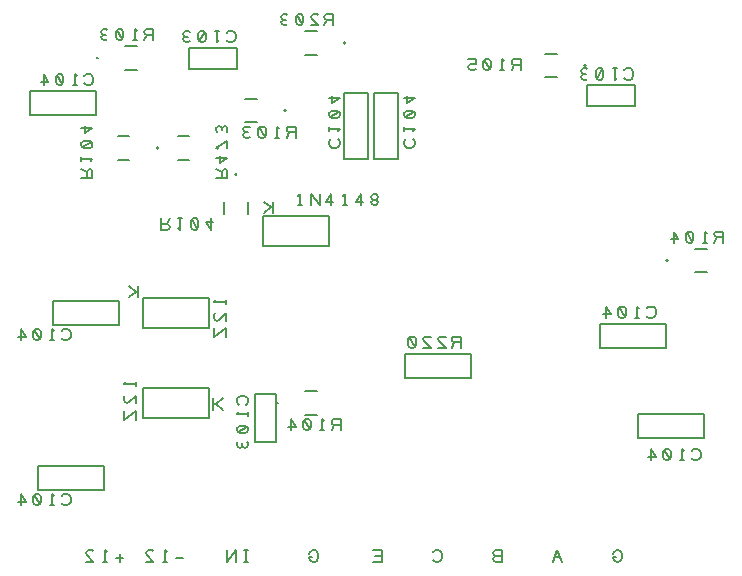
<source format=gbr>
G04 EasyPC Gerber Version 19.0.2 Build 3920 *
G04 #@! TF.Part,Single*
G04 #@! TF.FileFunction,Legend,Bot *
%FSLAX35Y35*%
%MOIN*%
%ADD10C,0.00500*%
%ADD20C,0.00600*%
X0Y0D02*
D02*
D10*
X20625Y36613D02*
X20937Y36300D01*
X21563Y35987*
X22500*
X23125Y36300*
X23437Y36613*
X23750Y37237*
Y38487*
X23437Y39113*
X23125Y39425*
X22500Y39737*
X21563*
X20937Y39425*
X20625Y39113*
X18125Y35987D02*
X16875D01*
X17500D02*
Y39737D01*
X18125Y39113*
X13437Y36300D02*
X12813Y35987D01*
X12187*
X11563Y36300*
X11250Y36925*
Y38800*
X11563Y39425*
X12187Y39737*
X12813*
X13437Y39425*
X13750Y38800*
Y36925*
X13437Y36300*
X11563Y39425*
X7187Y35987D02*
Y39737D01*
X8750Y37237*
X6250*
X20625Y91613D02*
X20937Y91300D01*
X21563Y90987*
X22500*
X23125Y91300*
X23437Y91613*
X23750Y92237*
Y93487*
X23437Y94113*
X23125Y94425*
X22500Y94737*
X21563*
X20937Y94425*
X20625Y94113*
X18125Y90987D02*
X16875D01*
X17500D02*
Y94737D01*
X18125Y94113*
X13437Y91300D02*
X12813Y90987D01*
X12187*
X11563Y91300*
X11250Y91925*
Y93800*
X11563Y94425*
X12187Y94737*
X12813*
X13437Y94425*
X13750Y93800*
Y91925*
X13437Y91300*
X11563Y94425*
X7187Y90987D02*
Y94737D01*
X8750Y92237*
X6250*
X27187Y145050D02*
X30937D01*
Y147237*
X30625Y147863*
X30000Y148175*
X29375Y147863*
X29063Y147237*
Y145050*
Y147237D02*
X27187Y148175D01*
Y150675D02*
Y151925D01*
Y151300D02*
X30937D01*
X30313Y150675*
X27500Y155363D02*
X27187Y155987D01*
Y156613*
X27500Y157237*
X28125Y157550*
X30000*
X30625Y157237*
X30937Y156613*
Y155987*
X30625Y155363*
X30000Y155050*
X28125*
X27500Y155363*
X30625Y157237*
X27187Y161613D02*
X30937D01*
X28437Y160050*
Y162550*
X28125Y176613D02*
X28437Y176300D01*
X29063Y175987*
X30000*
X30625Y176300*
X30937Y176613*
X31250Y177237*
Y178487*
X30937Y179113*
X30625Y179425*
X30000Y179737*
X29063*
X28437Y179425*
X28125Y179113*
X25625Y175987D02*
X24375D01*
X25000D02*
Y179737D01*
X25625Y179113*
X20937Y176300D02*
X20313Y175987D01*
X19687*
X19063Y176300*
X18750Y176925*
Y178800*
X19063Y179425*
X19687Y179737*
X20313*
X20937Y179425*
X21250Y178800*
Y176925*
X20937Y176300*
X19063Y179425*
X14687Y175987D02*
Y179737D01*
X16250Y177237*
X13750*
X32250Y166050D02*
X10250D01*
Y174050*
X32250*
Y166050*
X34750Y41050D02*
X12750D01*
Y49050*
X34750*
Y41050*
X39750Y96050D02*
X17750D01*
Y104050*
X39750*
Y96050*
X41250Y18487D02*
X38750D01*
X40000Y17237D02*
Y19737D01*
X35625Y17237D02*
X34375D01*
X35000D02*
Y20987D01*
X35625Y20363*
X28750Y17237D02*
X31250D01*
X29063Y19425*
X28750Y20050*
X29063Y20675*
X29687Y20987*
X30625*
X31250Y20675*
X45313Y76925D02*
Y75675D01*
Y76300D02*
X41563D01*
X42187Y76925*
X45313Y70050D02*
Y72550D01*
X43125Y70363*
X42500Y70050*
X41875Y70363*
X41563Y70987*
Y71925*
X41875Y72550*
X41563Y67550D02*
Y64425D01*
X45313Y67550*
Y64425*
X46250Y109113D02*
Y105363D01*
Y107237D02*
X45313D01*
X43125Y105363*
X45313Y107237D02*
X43125Y109113D01*
X47750Y75050D02*
X69750D01*
Y65050*
X47750*
Y75050*
X51250Y190987D02*
Y194737D01*
X49063*
X48437Y194425*
X48125Y193800*
X48437Y193175*
X49063Y192863*
X51250*
X49063D02*
X48125Y190987D01*
X45625D02*
X44375D01*
X45000D02*
Y194737D01*
X45625Y194113*
X40937Y191300D02*
X40313Y190987D01*
X39687*
X39063Y191300*
X38750Y191925*
Y193800*
X39063Y194425*
X39687Y194737*
X40313*
X40937Y194425*
X41250Y193800*
Y191925*
X40937Y191300*
X39063Y194425*
X35937Y191300D02*
X35313Y190987D01*
X34687*
X34063Y191300*
X33750Y191925*
X34063Y192550*
X34687Y192863*
X35313*
X34687D02*
X34063Y193175D01*
X33750Y193800*
X34063Y194425*
X34687Y194737*
X35313*
X35937Y194425*
X53750Y131613D02*
Y127863D01*
X55937*
X56563Y128175*
X56875Y128800*
X56563Y129425*
X55937Y129737*
X53750*
X55937D02*
X56875Y131613D01*
X59375D02*
X60625D01*
X60000D02*
Y127863D01*
X59375Y128487*
X64063Y131300D02*
X64687Y131613D01*
X65313*
X65937Y131300*
X66250Y130675*
Y128800*
X65937Y128175*
X65313Y127863*
X64687*
X64063Y128175*
X63750Y128800*
Y130675*
X64063Y131300*
X65937Y128175*
X70313Y131613D02*
Y127863D01*
X68750Y130363*
X71250*
X61250Y18487D02*
X58750D01*
X55625Y17237D02*
X54375D01*
X55000D02*
Y20987D01*
X55625Y20363*
X48750Y17237D02*
X51250D01*
X49063Y19425*
X48750Y20050*
X49063Y20675*
X49687Y20987*
X50625*
X51250Y20675*
X69750Y95050D02*
X47750D01*
Y105050*
X69750*
Y95050*
X71250Y71613D02*
Y67863D01*
Y69737D02*
X72187D01*
X74375Y67863*
X72187Y69737D02*
X74375Y71613D01*
X72187Y145050D02*
X75937D01*
Y147237*
X75625Y147863*
X75000Y148175*
X74375Y147863*
X74063Y147237*
Y145050*
Y147237D02*
X72187Y148175D01*
Y151613D02*
X75937D01*
X73437Y150050*
Y152550*
X72187Y155050D02*
X75937Y157550D01*
Y155050*
X72500Y160363D02*
X72187Y160987D01*
Y161613*
X72500Y162237*
X73125Y162550*
X73750Y162237*
X74063Y161613*
Y160987*
Y161613D02*
X74375Y162237D01*
X75000Y162550*
X75625Y162237*
X75937Y161613*
Y160987*
X75625Y160363*
X75313Y104425D02*
Y103175D01*
Y103800D02*
X71563D01*
X72187Y104425*
X75313Y97550D02*
Y100050D01*
X73125Y97863*
X72500Y97550*
X71875Y97863*
X71563Y98487*
Y99425*
X71875Y100050*
X71563Y95050D02*
Y91925D01*
X75313Y95050*
Y91925*
X75625Y193487D02*
X75937Y193800D01*
X76563Y194113*
X77500*
X78125Y193800*
X78437Y193487*
X78750Y192863*
Y191613*
X78437Y190987*
X78125Y190675*
X77500Y190363*
X76563*
X75937Y190675*
X75625Y190987*
X73125Y194113D02*
X71875D01*
X72500D02*
Y190363D01*
X73125Y190987*
X68437Y193800D02*
X67813Y194113D01*
X67187*
X66563Y193800*
X66250Y193175*
Y191300*
X66563Y190675*
X67187Y190363*
X67813*
X68437Y190675*
X68750Y191300*
Y193175*
X68437Y193800*
X66563Y190675*
X63437Y193800D02*
X62813Y194113D01*
X62187*
X61563Y193800*
X61250Y193175*
X61563Y192550*
X62187Y192237*
X62813*
X62187D02*
X61563Y191925D01*
X61250Y191300*
X61563Y190675*
X62187Y190363*
X62813*
X63437Y190675*
X79250Y181550D02*
X63250D01*
Y188550*
X79250*
Y181550*
X82813Y17237D02*
X81563D01*
X82187D02*
Y20987D01*
X82813D02*
X81563D01*
X78750Y17237D02*
Y20987D01*
X75625Y17237*
Y20987*
X82187Y69425D02*
X82500Y69737D01*
X82813Y70363*
Y71300*
X82500Y71925*
X82187Y72237*
X81563Y72550*
X80313*
X79687Y72237*
X79375Y71925*
X79063Y71300*
Y70363*
X79375Y69737*
X79687Y69425*
X82813Y66925D02*
Y65675D01*
Y66300D02*
X79063D01*
X79687Y66925*
X82500Y62237D02*
X82813Y61613D01*
Y60987*
X82500Y60363*
X81875Y60050*
X80000*
X79375Y60363*
X79063Y60987*
Y61613*
X79375Y62237*
X80000Y62550*
X81875*
X82500Y62237*
X79375Y60363*
X82500Y57237D02*
X82813Y56613D01*
Y55987*
X82500Y55363*
X81875Y55050*
X81250Y55363*
X80937Y55987*
Y56613*
Y55987D02*
X80625Y55363D01*
X80000Y55050*
X79375Y55363*
X79063Y55987*
Y56613*
X79375Y57237*
X85250Y57050D02*
Y73050D01*
X92250*
Y57050*
X85250*
X91250Y133487D02*
Y137237D01*
Y135363D02*
X90313D01*
X88125Y137237*
X90313Y135363D02*
X88125Y133487D01*
X99375Y135987D02*
X100625D01*
X100000D02*
Y139737D01*
X99375Y139113*
X103750Y135987D02*
Y139737D01*
X106875Y135987*
Y139737*
X110313Y135987D02*
Y139737D01*
X108750Y137237*
X111250*
X114375Y135987D02*
X115625D01*
X115000D02*
Y139737D01*
X114375Y139113*
X120313Y135987D02*
Y139737D01*
X118750Y137237*
X121250*
X124687Y137863D02*
X125313D01*
X125937Y138175*
X126250Y138800*
X125937Y139425*
X125313Y139737*
X124687*
X124063Y139425*
X123750Y138800*
X124063Y138175*
X124687Y137863*
X124063Y137550*
X123750Y136925*
X124063Y136300*
X124687Y135987*
X125313*
X125937Y136300*
X126250Y136925*
X125937Y137550*
X125313Y137863*
X98750Y158487D02*
Y162237D01*
X96563*
X95937Y161925*
X95625Y161300*
X95937Y160675*
X96563Y160363*
X98750*
X96563D02*
X95625Y158487D01*
X93125D02*
X91875D01*
X92500D02*
Y162237D01*
X93125Y161613*
X88437Y158800D02*
X87813Y158487D01*
X87187*
X86563Y158800*
X86250Y159425*
Y161300*
X86563Y161925*
X87187Y162237*
X87813*
X88437Y161925*
X88750Y161300*
Y159425*
X88437Y158800*
X86563Y161925*
X83437Y158800D02*
X82813Y158487D01*
X82187*
X81563Y158800*
X81250Y159425*
X81563Y160050*
X82187Y160363*
X82813*
X82187D02*
X81563Y160675D01*
X81250Y161300*
X81563Y161925*
X82187Y162237*
X82813*
X83437Y161925*
X104063Y18800D02*
X103125D01*
Y18487*
X103437Y17863*
X103750Y17550*
X104375Y17237*
X105000*
X105625Y17550*
X105937Y17863*
X106250Y18487*
Y19737*
X105937Y20363*
X105625Y20675*
X105000Y20987*
X104375*
X103750Y20675*
X103437Y20363*
X103125Y19737*
X110313Y158175D02*
X110000Y157863D01*
X109687Y157237*
Y156300*
X110000Y155675*
X110313Y155363*
X110937Y155050*
X112187*
X112813Y155363*
X113125Y155675*
X113437Y156300*
Y157237*
X113125Y157863*
X112813Y158175*
X109687Y160675D02*
Y161925D01*
Y161300D02*
X113437D01*
X112813Y160675*
X110000Y165363D02*
X109687Y165987D01*
Y166613*
X110000Y167237*
X110625Y167550*
X112500*
X113125Y167237*
X113437Y166613*
Y165987*
X113125Y165363*
X112500Y165050*
X110625*
X110000Y165363*
X113125Y167237*
X109687Y171613D02*
X113437D01*
X110937Y170050*
Y172550*
X109750Y122550D02*
X87750D01*
Y132550*
X109750*
Y122550*
X111250Y195987D02*
Y199737D01*
X109063*
X108437Y199425*
X108125Y198800*
X108437Y198175*
X109063Y197863*
X111250*
X109063D02*
X108125Y195987D01*
X103750D02*
X106250D01*
X104063Y198175*
X103750Y198800*
X104063Y199425*
X104687Y199737*
X105625*
X106250Y199425*
X100937Y196300D02*
X100313Y195987D01*
X99687*
X99063Y196300*
X98750Y196925*
Y198800*
X99063Y199425*
X99687Y199737*
X100313*
X100937Y199425*
X101250Y198800*
Y196925*
X100937Y196300*
X99063Y199425*
X95937Y196300D02*
X95313Y195987D01*
X94687*
X94063Y196300*
X93750Y196925*
X94063Y197550*
X94687Y197863*
X95313*
X94687D02*
X94063Y198175D01*
X93750Y198800*
X94063Y199425*
X94687Y199737*
X95313*
X95937Y199425*
X113750Y60987D02*
Y64737D01*
X111563*
X110937Y64425*
X110625Y63800*
X110937Y63175*
X111563Y62863*
X113750*
X111563D02*
X110625Y60987D01*
X108125D02*
X106875D01*
X107500D02*
Y64737D01*
X108125Y64113*
X103437Y61300D02*
X102813Y60987D01*
X102187*
X101563Y61300*
X101250Y61925*
Y63800*
X101563Y64425*
X102187Y64737*
X102813*
X103437Y64425*
X103750Y63800*
Y61925*
X103437Y61300*
X101563Y64425*
X97187Y60987D02*
Y64737D01*
X98750Y62237*
X96250*
X122750Y173550D02*
Y151550D01*
X114750*
Y173550*
X122750*
X127500Y17237D02*
Y20987D01*
X124375*
X125000Y19113D02*
X127500D01*
Y17237D02*
X124375D01*
X132750Y173550D02*
Y151550D01*
X124750*
Y173550*
X132750*
X135313Y158175D02*
X135000Y157863D01*
X134687Y157237*
Y156300*
X135000Y155675*
X135313Y155363*
X135937Y155050*
X137187*
X137813Y155363*
X138125Y155675*
X138437Y156300*
Y157237*
X138125Y157863*
X137813Y158175*
X134687Y160675D02*
Y161925D01*
Y161300D02*
X138437D01*
X137813Y160675*
X135000Y165363D02*
X134687Y165987D01*
Y166613*
X135000Y167237*
X135625Y167550*
X137500*
X138125Y167237*
X138437Y166613*
Y165987*
X138125Y165363*
X137500Y165050*
X135625*
X135000Y165363*
X138125Y167237*
X134687Y171613D02*
X138437D01*
X135937Y170050*
Y172550*
X135250Y86550D02*
X157250D01*
Y78550*
X135250*
Y86550*
X144375Y17863D02*
X144687Y17550D01*
X145313Y17237*
X146250*
X146875Y17550*
X147187Y17863*
X147500Y18487*
Y19737*
X147187Y20363*
X146875Y20675*
X146250Y20987*
X145313*
X144687Y20675*
X144375Y20363*
X153750Y88487D02*
Y92237D01*
X151563*
X150937Y91925*
X150625Y91300*
X150937Y90675*
X151563Y90363*
X153750*
X151563D02*
X150625Y88487D01*
X146250D02*
X148750D01*
X146563Y90675*
X146250Y91300*
X146563Y91925*
X147187Y92237*
X148125*
X148750Y91925*
X141250Y88487D02*
X143750D01*
X141563Y90675*
X141250Y91300*
X141563Y91925*
X142187Y92237*
X143125*
X143750Y91925*
X138437Y88800D02*
X137813Y88487D01*
X137187*
X136563Y88800*
X136250Y89425*
Y91300*
X136563Y91925*
X137187Y92237*
X137813*
X138437Y91925*
X138750Y91300*
Y89425*
X138437Y88800*
X136563Y91925*
X165313Y19113D02*
X164687Y18800D01*
X164375Y18175*
X164687Y17550*
X165313Y17237*
X167500*
Y20987*
X165313*
X164687Y20675*
X164375Y20050*
X164687Y19425*
X165313Y19113*
X167500*
X173750Y180987D02*
Y184737D01*
X171563*
X170937Y184425*
X170625Y183800*
X170937Y183175*
X171563Y182863*
X173750*
X171563D02*
X170625Y180987D01*
X168125D02*
X166875D01*
X167500D02*
Y184737D01*
X168125Y184113*
X163437Y181300D02*
X162813Y180987D01*
X162187*
X161563Y181300*
X161250Y181925*
Y183800*
X161563Y184425*
X162187Y184737*
X162813*
X163437Y184425*
X163750Y183800*
Y181925*
X163437Y181300*
X161563Y184425*
X158750Y181300D02*
X158125Y180987D01*
X157187*
X156563Y181300*
X156250Y181925*
Y182237*
X156563Y182863*
X157187Y183175*
X158750*
Y184737*
X156250*
X187500Y17237D02*
X185937Y20987D01*
X184375Y17237*
X186875Y18800D02*
X185000D01*
X200250Y96550D02*
X222250D01*
Y88550*
X200250*
Y96550*
X205313Y18800D02*
X204375D01*
Y18487*
X204687Y17863*
X205000Y17550*
X205625Y17237*
X206250*
X206875Y17550*
X207187Y17863*
X207500Y18487*
Y19737*
X207187Y20363*
X206875Y20675*
X206250Y20987*
X205625*
X205000Y20675*
X204687Y20363*
X204375Y19737*
X208125Y180987D02*
X208437Y181300D01*
X209063Y181613*
X210000*
X210625Y181300*
X210937Y180987*
X211250Y180363*
Y179113*
X210937Y178487*
X210625Y178175*
X210000Y177863*
X209063*
X208437Y178175*
X208125Y178487*
X205625Y181613D02*
X204375D01*
X205000D02*
Y177863D01*
X205625Y178487*
X200937Y181300D02*
X200313Y181613D01*
X199687*
X199063Y181300*
X198750Y180675*
Y178800*
X199063Y178175*
X199687Y177863*
X200313*
X200937Y178175*
X201250Y178800*
Y180675*
X200937Y181300*
X199063Y178175*
X195937Y181300D02*
X195313Y181613D01*
X194687*
X194063Y181300*
X193750Y180675*
X194063Y180050*
X194687Y179737*
X195313*
X194687D02*
X194063Y179425D01*
X193750Y178800*
X194063Y178175*
X194687Y177863*
X195313*
X195937Y178175*
X211750Y169050D02*
X195750D01*
Y176050*
X211750*
Y169050*
X215625Y99113D02*
X215937Y98800D01*
X216563Y98487*
X217500*
X218125Y98800*
X218437Y99113*
X218750Y99737*
Y100987*
X218437Y101613*
X218125Y101925*
X217500Y102237*
X216563*
X215937Y101925*
X215625Y101613*
X213125Y98487D02*
X211875D01*
X212500D02*
Y102237D01*
X213125Y101613*
X208437Y98800D02*
X207813Y98487D01*
X207187*
X206563Y98800*
X206250Y99425*
Y101300*
X206563Y101925*
X207187Y102237*
X207813*
X208437Y101925*
X208750Y101300*
Y99425*
X208437Y98800*
X206563Y101925*
X202187Y98487D02*
Y102237D01*
X203750Y99737*
X201250*
X230625Y51613D02*
X230937Y51300D01*
X231563Y50987*
X232500*
X233125Y51300*
X233437Y51613*
X233750Y52237*
Y53487*
X233437Y54113*
X233125Y54425*
X232500Y54737*
X231563*
X230937Y54425*
X230625Y54113*
X228125Y50987D02*
X226875D01*
X227500D02*
Y54737D01*
X228125Y54113*
X223437Y51300D02*
X222813Y50987D01*
X222187*
X221563Y51300*
X221250Y51925*
Y53800*
X221563Y54425*
X222187Y54737*
X222813*
X223437Y54425*
X223750Y53800*
Y51925*
X223437Y51300*
X221563Y54425*
X217187Y50987D02*
Y54737D01*
X218750Y52237*
X216250*
X234750Y58550D02*
X212750D01*
Y66550*
X234750*
Y58550*
X241250Y123487D02*
Y127237D01*
X239063*
X238437Y126925*
X238125Y126300*
X238437Y125675*
X239063Y125363*
X241250*
X239063D02*
X238125Y123487D01*
X235625D02*
X234375D01*
X235000D02*
Y127237D01*
X235625Y126613*
X230937Y123800D02*
X230313Y123487D01*
X229687*
X229063Y123800*
X228750Y124425*
Y126300*
X229063Y126925*
X229687Y127237*
X230313*
X230937Y126925*
X231250Y126300*
Y124425*
X230937Y123800*
X229063Y126925*
X224687Y123487D02*
Y127237D01*
X226250Y124737*
X223750*
D02*
D20*
X32750Y185050D02*
G75*
G02X32150I-300D01*
G01*
G75*
G02X32750I300*
G01*
X39361Y159000D02*
X43139D01*
X41861Y189000D02*
X45639D01*
X43139Y151100D02*
X39361D01*
X45639Y181100D02*
X41861D01*
X52250Y155050D02*
G75*
G02X52850I300D01*
G01*
G75*
G02X52250I-300*
G01*
X59361Y159000D02*
X63139D01*
Y151100D02*
X59361D01*
X72250Y155050D02*
G75*
G02X72850I300D01*
G01*
G75*
G02X72250I-300*
G01*
X74800Y133161D02*
Y136939D01*
X78750Y146050D02*
G75*
G02Y146650J300D01*
G01*
G75*
G02Y146050J-300*
G01*
X81861Y171500D02*
X85639D01*
X82700Y136939D02*
Y133161D01*
X85639Y163600D02*
X81861D01*
X92750Y70050D02*
G75*
G02X92150I-300D01*
G01*
G75*
G02X92750I300*
G01*
X94750Y167550D02*
G75*
G02X95350I300D01*
G01*
G75*
G02X94750I-300*
G01*
X101861Y74000D02*
X105639D01*
X101861Y194000D02*
X105639D01*
Y66100D02*
X101861D01*
X105639Y186100D02*
X101861D01*
X114750Y190050D02*
G75*
G02X115350I300D01*
G01*
G75*
G02X114750I-300*
G01*
X181861Y186500D02*
X185639D01*
Y178600D02*
X181861D01*
X194750Y182550D02*
G75*
G02X195350I300D01*
G01*
G75*
G02X194750I-300*
G01*
X222750Y117550D02*
G75*
G02X222150I-300D01*
G01*
G75*
G02X222750I300*
G01*
X231861Y121500D02*
X235639D01*
Y113600D02*
X231861D01*
X0Y0D02*
M02*

</source>
